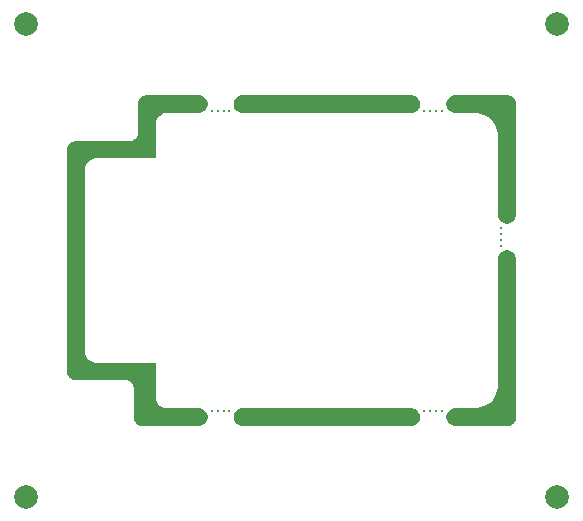
<source format=gbr>
%TF.GenerationSoftware,Altium Limited,Altium Designer,25.2.1 (25)*%
G04 Layer_Color=0*
%FSLAX45Y45*%
%MOMM*%
%TF.SameCoordinates,B7DAEB1B-2A83-4E2F-BFC4-A44EEF3E448A*%
%TF.FilePolarity,Positive*%
%TF.FileFunction,NonPlated,1,4,NPTH,Drill*%
%TF.Part,CustomerPanel*%
G01*
G75*
%TA.AperFunction,OtherDrill,Pad Free-4 (50mm,5mm)*%
%ADD144C,2.00000*%
%TA.AperFunction,OtherDrill,Pad Free-4 (50mm,45mm)*%
%ADD145C,2.00000*%
%TA.AperFunction,OtherDrill,Pad Free-4 (5mm,45mm)*%
%ADD146C,2.00000*%
%TA.AperFunction,OtherDrill,Pad Free-4 (5mm,5mm)*%
%ADD147C,2.00000*%
%TA.AperFunction,OtherDrill,Pad Free-4 (20.75mm,12.3mm)*%
%ADD148C,0.30000*%
%TA.AperFunction,OtherDrill,Pad Free-4 (22.25mm,12.3mm)*%
%ADD149C,0.30000*%
%TA.AperFunction,OtherDrill,Pad Free-4 (21.75mm,12.3mm)*%
%ADD150C,0.30000*%
%TA.AperFunction,OtherDrill,Pad Free-4 (21.25mm,12.3mm)*%
%ADD151C,0.30000*%
%TA.AperFunction,OtherDrill,Pad Free-4 (38.75mm,12.3mm)*%
%ADD152C,0.30000*%
%TA.AperFunction,OtherDrill,Pad Free-4 (40.25mm,12.3mm)*%
%ADD153C,0.30000*%
%TA.AperFunction,OtherDrill,Pad Free-4 (39.75mm,12.3mm)*%
%ADD154C,0.30000*%
%TA.AperFunction,OtherDrill,Pad Free-4 (39.25mm,12.3mm)*%
%ADD155C,0.30000*%
%TA.AperFunction,OtherDrill,Pad Free-4 (45.22mm,26.25mm)*%
%ADD156C,0.30000*%
%TA.AperFunction,OtherDrill,Pad Free-4 (45.22mm,27.75mm)*%
%ADD157C,0.30000*%
%TA.AperFunction,OtherDrill,Pad Free-4 (45.22mm,27.25mm)*%
%ADD158C,0.30000*%
%TA.AperFunction,OtherDrill,Pad Free-4 (45.22mm,26.75mm)*%
%ADD159C,0.30000*%
%TA.AperFunction,OtherDrill,Pad Free-4 (40.25mm,37.7mm)*%
%ADD160C,0.30000*%
%TA.AperFunction,OtherDrill,Pad Free-4 (38.75mm,37.7mm)*%
%ADD161C,0.30000*%
%TA.AperFunction,OtherDrill,Pad Free-4 (39.25mm,37.7mm)*%
%ADD162C,0.30000*%
%TA.AperFunction,OtherDrill,Pad Free-4 (39.75mm,37.7mm)*%
%ADD163C,0.30000*%
%TA.AperFunction,OtherDrill,Pad Free-4 (21.75mm,37.7mm)*%
%ADD164C,0.30000*%
%TA.AperFunction,OtherDrill,Pad Free-4 (21.25mm,37.7mm)*%
%ADD165C,0.30000*%
%TA.AperFunction,OtherDrill,Pad Free-4 (20.75mm,37.7mm)*%
%ADD166C,0.30000*%
%TA.AperFunction,OtherDrill,Pad Free-4 (22.25mm,37.7mm)*%
%ADD167C,0.30000*%
G36*
X4135000Y3750000D02*
X4125126D01*
X4106051Y3755111D01*
X4088949Y3764985D01*
X4074985Y3778948D01*
X4065111Y3796051D01*
X4060000Y3815126D01*
Y3834873D01*
X4065111Y3853949D01*
X4074985Y3871051D01*
X4088949Y3885015D01*
X4106051Y3894889D01*
X4125126Y3900000D01*
X4135000D01*
D01*
X4574999Y3900000D01*
X4582386Y3900000D01*
X4596876Y3897118D01*
X4610525Y3891464D01*
X4622809Y3883256D01*
X4633256Y3872810D01*
X4641464Y3860526D01*
X4647117Y3846876D01*
X4650000Y3832387D01*
X4649999Y3825000D01*
X4650000Y3825000D01*
X4650001Y2885000D01*
Y2875126D01*
X4644889Y2856051D01*
X4635015Y2838949D01*
X4621051Y2824985D01*
X4603949Y2815111D01*
X4584874Y2810000D01*
X4565127D01*
X4546051Y2815111D01*
X4528949Y2824985D01*
X4514985Y2838949D01*
X4505111Y2856051D01*
X4500000Y2875126D01*
Y2885000D01*
D01*
X4500000Y3550000D01*
X4499037Y3569603D01*
X4491388Y3608057D01*
X4476384Y3644279D01*
X4454602Y3676878D01*
X4426879Y3704602D01*
X4394280Y3726384D01*
X4358058Y3741388D01*
X4319605Y3749037D01*
X4300001Y3750000D01*
Y3750000D01*
X4135000Y3750000D01*
D02*
G37*
G36*
X2335000D02*
X2325126D01*
X2306051Y3755111D01*
X2288949Y3764985D01*
X2274985Y3778948D01*
X2265111Y3796051D01*
X2260000Y3815126D01*
Y3834873D01*
X2265111Y3853949D01*
X2274985Y3871051D01*
X2288949Y3885015D01*
X2306051Y3894889D01*
X2325126Y3900000D01*
X2335000D01*
D01*
X3765000D01*
X3774874D01*
X3793949Y3894889D01*
X3811051Y3885015D01*
X3825015Y3871051D01*
X3834889Y3853949D01*
X3840000Y3834874D01*
Y3815126D01*
X3834889Y3796051D01*
X3825015Y3778949D01*
X3811051Y3764985D01*
X3793949Y3755111D01*
X3774874Y3750000D01*
X3765000D01*
D01*
X2335000Y3750000D01*
D02*
G37*
G36*
X4135000Y1100000D02*
X4575000Y1100000D01*
X4582387Y1100000D01*
X4596877Y1102882D01*
X4610526Y1108536D01*
X4622810Y1116744D01*
X4633256Y1127190D01*
X4641464Y1139474D01*
X4647118Y1153123D01*
X4650000Y1167613D01*
Y1175000D01*
X4650000Y1175000D01*
X4650000Y2515000D01*
Y2524874D01*
X4644889Y2543949D01*
X4635015Y2561051D01*
X4621051Y2575015D01*
X4603949Y2584889D01*
X4584874Y2590000D01*
X4565126D01*
X4546051Y2584889D01*
X4528949Y2575015D01*
X4514985Y2561051D01*
X4505111Y2543949D01*
X4500000Y2524874D01*
Y2515000D01*
D01*
X4500000Y1450000D01*
X4499037Y1430396D01*
X4491389Y1391943D01*
X4476385Y1355720D01*
X4454603Y1323121D01*
X4426879Y1295398D01*
X4394280Y1273615D01*
X4358058Y1258612D01*
X4319605Y1250963D01*
X4300001Y1250000D01*
X4300001D01*
X4135000Y1250000D01*
X4125126D01*
X4106051Y1244889D01*
X4088949Y1235015D01*
X4074985Y1221051D01*
X4065111Y1203949D01*
X4060000Y1184874D01*
Y1165126D01*
X4065111Y1146051D01*
X4074985Y1128949D01*
X4088949Y1114985D01*
X4106051Y1105111D01*
X4125126Y1100000D01*
X4135000D01*
D01*
D02*
G37*
G36*
X2915000Y1100000D02*
X3765000D01*
X3774874D01*
X3793949Y1105111D01*
X3811051Y1114985D01*
X3825015Y1128949D01*
X3834889Y1146051D01*
X3840000Y1165126D01*
Y1184874D01*
X3834889Y1203949D01*
X3825015Y1221051D01*
X3811051Y1235015D01*
X3793949Y1244889D01*
X3774874Y1250000D01*
X3765000D01*
Y1250001D01*
X2335000Y1250000D01*
X2325126D01*
X2306051Y1244888D01*
X2288949Y1235014D01*
X2274985Y1221051D01*
X2265111Y1203948D01*
X2260000Y1184873D01*
Y1165126D01*
X2265111Y1146051D01*
X2274985Y1128948D01*
X2288949Y1114985D01*
X2306051Y1105111D01*
X2325126Y1100000D01*
X2335000D01*
D01*
X2915000Y1100000D01*
D02*
G37*
G36*
X925000Y1490000D02*
X917613D01*
X903123Y1492882D01*
X889474Y1498535D01*
X877190Y1506743D01*
X866744Y1517190D01*
X858536Y1529474D01*
X852882Y1543123D01*
X850000Y1557613D01*
X850000Y1565000D01*
Y1565000D01*
Y3435000D01*
X850000Y3442387D01*
X852882Y3456876D01*
X858536Y3470525D01*
X866744Y3482809D01*
X877190Y3493256D01*
X889474Y3501464D01*
X903123Y3507117D01*
X917613Y3510000D01*
X925000Y3509999D01*
X925000Y3510000D01*
X1375000Y3510000D01*
X1382351Y3510361D01*
X1396771Y3513229D01*
X1410355Y3518856D01*
X1422580Y3527024D01*
X1432976Y3537420D01*
X1441144Y3549645D01*
X1446771Y3563229D01*
X1449639Y3577648D01*
X1450000Y3585000D01*
X1450000Y3585000D01*
X1450000Y3825000D01*
X1450000Y3832387D01*
X1452882Y3846876D01*
X1458536Y3860526D01*
X1466743Y3872809D01*
X1477190Y3883256D01*
X1489474Y3891464D01*
X1503123Y3897117D01*
X1517613Y3900000D01*
X1525000Y3900000D01*
X1525000Y3900000D01*
X1965000Y3900000D01*
X1974874D01*
X1993949Y3894889D01*
X2011051Y3885015D01*
X2025014Y3871051D01*
X2034888Y3853949D01*
X2040000Y3834874D01*
Y3815126D01*
X2034888Y3796051D01*
X2025014Y3778949D01*
X2011051Y3764985D01*
X1993949Y3755111D01*
X1974874Y3750000D01*
X1965000D01*
D01*
X1700001D01*
X1690200Y3749519D01*
X1670973Y3745694D01*
X1652862Y3738192D01*
X1636562Y3727301D01*
X1622700Y3713439D01*
X1611809Y3697140D01*
X1604307Y3679028D01*
X1600483Y3659802D01*
X1600001Y3650000D01*
D01*
X1600000Y3365000D01*
X1100001Y3364999D01*
X1090199Y3364518D01*
X1070973Y3360694D01*
X1052861Y3353192D01*
X1036562Y3342301D01*
X1022700Y3328439D01*
X1011809Y3312139D01*
X1004307Y3294028D01*
X1000483Y3274801D01*
X1000001Y3265000D01*
Y3265000D01*
Y1735000D01*
X1000483Y1725198D01*
X1004307Y1705971D01*
X1011809Y1687860D01*
X1022700Y1671561D01*
X1036562Y1657699D01*
X1052861Y1646808D01*
X1070973Y1639306D01*
X1090199Y1635481D01*
X1100001Y1635000D01*
D01*
X1600000D01*
Y1350000D01*
X1600482Y1340198D01*
X1604306Y1320971D01*
X1611808Y1302860D01*
X1622700Y1286560D01*
X1636561Y1272698D01*
X1652861Y1261807D01*
X1670973Y1254306D01*
X1690199Y1250481D01*
X1700001Y1250000D01*
X1700001D01*
X1965000D01*
X1974874D01*
X1993949Y1244889D01*
X2011051Y1235015D01*
X2025014Y1221051D01*
X2034888Y1203949D01*
X2040000Y1184874D01*
Y1165126D01*
X2034888Y1146051D01*
X2025014Y1128949D01*
X2011051Y1114985D01*
X1993949Y1105111D01*
X1974874Y1100000D01*
X1965000D01*
D01*
X1489724Y1100000D01*
X1490000Y1100000D01*
X1482613D01*
X1468123Y1102882D01*
X1454474Y1108535D01*
X1442190Y1116743D01*
X1431743Y1127190D01*
X1423536Y1139474D01*
X1417882Y1153123D01*
X1415000Y1167613D01*
X1415000Y1175000D01*
Y1175000D01*
X1414999Y1415000D01*
X1414639Y1422351D01*
X1411770Y1436771D01*
X1406144Y1450355D01*
X1397976Y1462579D01*
X1387579Y1472976D01*
X1375354Y1481144D01*
X1361771Y1486770D01*
X1347351Y1489639D01*
X1340000Y1490000D01*
X1340000Y1490000D01*
X925000Y1490000D01*
D02*
G37*
D144*
X5000000Y500000D02*
D03*
D145*
Y4500000D02*
D03*
D146*
X500000D02*
D03*
D147*
Y500000D02*
D03*
D148*
X2075000Y1230000D02*
D03*
D149*
X2225000D02*
D03*
D150*
X2175000D02*
D03*
D151*
X2125000D02*
D03*
D152*
X3875000D02*
D03*
D153*
X4025000D02*
D03*
D154*
X3975000D02*
D03*
D155*
X3925000D02*
D03*
D156*
X4522000Y2625000D02*
D03*
D157*
Y2775000D02*
D03*
D158*
Y2725000D02*
D03*
D159*
Y2675000D02*
D03*
D160*
X4025000Y3770000D02*
D03*
D161*
X3875000D02*
D03*
D162*
X3925000D02*
D03*
D163*
X3975000D02*
D03*
D164*
X2175000D02*
D03*
D165*
X2125000D02*
D03*
D166*
X2075000D02*
D03*
D167*
X2225000D02*
D03*
%TF.MD5,c8b633671dd72c817fc0507614dd6e22*%
M02*

</source>
